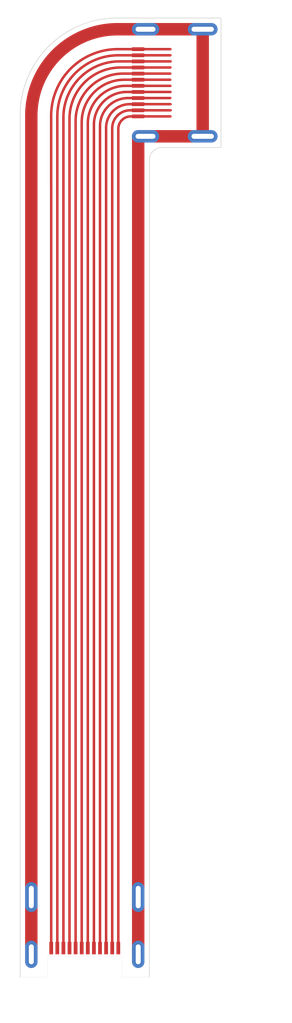
<source format=kicad_pcb>
(kicad_pcb (version 20241229) (generator "pcbnew") (generator_version "9.0")
  (layers (0 "F.Cu" signal) (2 "B.Cu" signal) (13 "F.Paste" user) (15 "B.Paste" user) (5 "F.SilkS" user "F.Silkscreen") (7 "B.SilkS" user "B.Silkscreen") (1 "F.Mask" user) (3 "B.Mask" user) (25 "Edge.Cuts" user))
  (net 0 "")
  (footprint "Leica-G9ii:FPC_Mainboard_USBC-12Pins" (layer "F.Cu") (at 71.11 150)
    (property "Reference" "P1" (hide yes))
    (property "Value" "USB_C_Mainboard")
    (fp_line (start -5.2 1.83) (end -3 1.83) (stroke (width 0.01)) (layer "Edge.Cuts"))
    (fp_line (start -3 0.2) (end -3 1.83) (stroke (width 0.01)) (layer "Edge.Cuts"))
    (fp_line (start -3 0.2) (end 3 0.2) (stroke (width 0.01)) (layer "Edge.Cuts"))
    (fp_line (start 3 0.2) (end 3 1.83) (stroke (width 0.01)) (layer "Edge.Cuts"))
    (fp_line (start 3 1.83) (end 5.2 1.83) (stroke (width 0.01)) (layer "Edge.Cuts"))
    (pad "1" smd rect (at 2.7 -0.5) (size 0.3 1) (layers "F.Cu" "F.Mask" "F.Paste"))
    (pad "2" smd rect (at 2.209091 -0.5) (size 0.3 1) (layers "F.Cu" "F.Mask" "F.Paste"))
    (pad "3" smd rect (at 1.718182 -0.5) (size 0.3 1) (layers "F.Cu" "F.Mask" "F.Paste"))
    (pad "4" smd rect (at 1.227273 -0.5) (size 0.3 1) (layers "F.Cu" "F.Mask" "F.Paste"))
    (pad "5" smd rect (at 0.736364 -0.5) (size 0.3 1) (layers "F.Cu" "F.Mask" "F.Paste"))
    (pad "6" smd rect (at 0.245455 -0.5) (size 0.3 1) (layers "F.Cu" "F.Mask" "F.Paste"))
    (pad "7" smd rect (at -0.245455 -0.5) (size 0.3 1) (layers "F.Cu" "F.Mask" "F.Paste"))
    (pad "8" smd rect (at -0.736364 -0.5) (size 0.3 1) (layers "F.Cu" "F.Mask" "F.Paste"))
    (pad "9" smd rect (at -1.227273 -0.5) (size 0.3 1) (layers "F.Cu" "F.Mask" "F.Paste"))
    (pad "10" smd rect (at -1.718182 -0.5) (size 0.3 1) (layers "F.Cu" "F.Mask" "F.Paste"))
    (pad "11" smd rect (at -2.209091 -0.5) (size 0.3 1) (layers "F.Cu" "F.Mask" "F.Paste"))
    (pad "12" smd rect (at -2.7 -0.5) (size 0.3 1) (layers "F.Cu" "F.Mask" "F.Paste"))
    (pad "13" thru_hole oval (at -4.3 -4.6) (size 1 2.4) (drill oval 0.4 1.8) (layers "*.Cu" "*.Mask"))
    (pad "13" thru_hole oval (at -4.3 0) (size 1 2.2) (drill oval 0.4 1.6) (layers "*.Cu" "*.Mask"))
    (pad "13" thru_hole oval (at 4.3 -4.6) (size 1 2.4) (drill oval 0.4 1.8) (layers "*.Cu" "*.Mask"))
    (pad "13" thru_hole oval (at 4.3 0) (size 1 2.2) (drill oval 0.4 1.6) (layers "*.Cu" "*.Mask"))
  )
  (footprint "Leica-G9ii:Connector_USBC-12Pins" (layer "F.Cu") (at 76 80 -90)
    (property "Reference" "P2" (hide yes))
    (property "Value" "USB_C_Connector")
    (pad "1" smd rect (at 2.7 0.6 270) (size 0.3 1) (layers "F.Cu" "F.Mask" "F.Paste"))
    (pad "2" smd rect (at 2.209091 0.6 270) (size 0.3 1) (layers "F.Cu" "F.Mask" "F.Paste"))
    (pad "3" smd rect (at 1.718182 0.6 270) (size 0.3 1) (layers "F.Cu" "F.Mask" "F.Paste"))
    (pad "4" smd rect (at 1.227273 0.6 270) (size 0.3 1) (layers "F.Cu" "F.Mask" "F.Paste"))
    (pad "5" smd rect (at 0.736364 0.6 270) (size 0.3 1) (layers "F.Cu" "F.Mask" "F.Paste"))
    (pad "6" smd rect (at 0.245455 0.6 270) (size 0.3 1) (layers "F.Cu" "F.Mask" "F.Paste"))
    (pad "7" smd rect (at -0.245455 0.6 270) (size 0.3 1) (layers "F.Cu" "F.Mask" "F.Paste"))
    (pad "8" smd rect (at -0.736364 0.6 270) (size 0.3 1) (layers "F.Cu" "F.Mask" "F.Paste"))
    (pad "9" smd rect (at -1.227273 0.6 270) (size 0.3 1) (layers "F.Cu" "F.Mask" "F.Paste"))
    (pad "10" smd rect (at -1.718182 0.6 270) (size 0.3 1) (layers "F.Cu" "F.Mask" "F.Paste"))
    (pad "11" smd rect (at -2.209091 0.6 270) (size 0.3 1) (layers "F.Cu" "F.Mask" "F.Paste"))
    (pad "12" smd rect (at -2.7 0.6 270) (size 0.3 1) (layers "F.Cu" "F.Mask" "F.Paste"))
    (pad "13" thru_hole oval (at -4.3 -4.6 270) (size 1 2.4) (drill oval 0.4 1.8) (layers "*.Cu" "*.Mask"))
    (pad "13" thru_hole oval (at -4.3 0 270) (size 1 2.2) (drill oval 0.4 1.6) (layers "*.Cu" "*.Mask"))
    (pad "13" thru_hole oval (at 4.3 -4.6 270) (size 1 2.4) (drill oval 0.4 1.8) (layers "*.Cu" "*.Mask"))
    (pad "13" thru_hole oval (at 4.3 0 270) (size 1 2.2) (drill oval 0.4 1.6) (layers "*.Cu" "*.Mask"))
  )
  (gr_line (start 82.07 74.8) (end 82.07 85.2) (stroke (width 0.05)) (layer "Edge.Cuts"))
  (gr_line (start 65.91 93.87) (end 65.91 151.83) (stroke (width 0.05)) (layer "Edge.Cuts"))
  (gr_line (start 82.07 74.8) (end 73.71 74.8) (stroke (width 0.05)) (layer "Edge.Cuts"))
  (gr_arc (start 76.31 86.2) (mid 76.602893 85.492893) (end 77.31 85.2) (stroke (width 0.05)) (layer "Edge.Cuts"))
  (gr_line (start 77.31 85.2) (end 82.07 85.2) (stroke (width 0.05)) (layer "Edge.Cuts"))
  (gr_arc (start 65.91 82.6) (mid 68.194567 77.084567) (end 73.71 74.8) (stroke (width 0.05)) (layer "Edge.Cuts"))
  (gr_line (start 76.31 151.83) (end 76.31 86.2) (stroke (width 0.05)) (layer "Edge.Cuts"))
  (gr_line (start 65.91 82.6) (end 65.91 93.87) (stroke (width 0.05)) (layer "Edge.Cuts"))
  (segment (start 66.81 150) (end 66.81 145.4) (width 1) (layer "F.Cu") (net 0))
  (segment (start 75.4 80.736364) (end 78.003636 80.736364) (width 0.2) (layer "F.Cu") (net 0))
  (segment (start 71.846364 149.5) (end 71.846364 83.376135) (width 0.2) (layer "F.Cu") (net 0))
  (segment (start 66.81 145.4) (end 66.81 82.633858) (width 1) (layer "F.Cu") (net 0))
  (segment (start 68.900909 149.5) (end 68.900909 82.711662) (width 0.2) (layer "F.Cu") (net 0))
  (segment (start 73.319091 149.5) (end 73.319091 83.654219) (width 0.2) (layer "F.Cu") (net 0))
  (segment (start 74.486135 80.736364) (end 75.4 80.736364) (width 0.2) (layer "F.Cu") (net 0))
  (segment (start 75.4 82.7) (end 78 82.7) (width 0.2) (layer "F.Cu") (net 0))
  (segment (start 75.41 84.3) (end 76 84.3) (width 1) (layer "F.Cu") (net 0))
  (segment (start 71.355455 149.5) (end 71.355455 83.283841) (width 0.2) (layer "F.Cu") (net 0))
  (segment (start 72.337273 149.5) (end 72.337273 83.479398) (width 0.2) (layer "F.Cu") (net 0))
  (segment (start 75.4 78.772727) (end 77.997273 78.772727) (width 0.2) (layer "F.Cu") (net 0))
  (segment (start 78.008182 78.281818) (end 78.01 78.28) (width 0.2) (layer "F.Cu") (net 0))
  (segment (start 75.4 79.263636) (end 77.983636 79.263636) (width 0.2) (layer "F.Cu") (net 0))
  (segment (start 76 84.3) (end 80.6 84.3) (width 1) (layer "F.Cu") (net 0))
  (segment (start 73.821662 77.790909) (end 75.4 77.790909) (width 0.2) (layer "F.Cu") (net 0))
  (segment (start 80.6 75.7) (end 80.6 84.3) (width 1) (layer "F.Cu") (net 0))
  (segment (start 69.882727 149.5) (end 69.882727 82.882814) (width 0.2) (layer "F.Cu") (net 0))
  (segment (start 73.81 83.7) (end 73.81 149.5) (width 0.2) (layer "F.Cu") (net 0))
  (segment (start 74.724237 81.718182) (end 75.4 81.718182) (width 0.2) (layer "F.Cu") (net 0))
  (segment (start 75.4 82.209091) (end 78.009091 82.209091) (width 0.2) (layer "F.Cu") (net 0))
  (segment (start 77.983636 79.263636) (end 77.99 79.27) (width 0.2) (layer "F.Cu") (net 0))
  (segment (start 75.4 77.790909) (end 77.999091 77.790909) (width 0.2) (layer "F.Cu") (net 0))
  (segment (start 72.828182 149.5) (end 72.828182 83.614237) (width 0.2) (layer "F.Cu") (net 0))
  (segment (start 75.4 78.281818) (end 78.008182 78.281818) (width 0.2) (layer "F.Cu") (net 0))
  (segment (start 73.743858 75.7) (end 76 75.7) (width 1) (layer "F.Cu") (net 0))
  (segment (start 76 75.7) (end 80.6 75.7) (width 1) (layer "F.Cu") (net 0))
  (segment (start 78.009091 82.209091) (end 78.01 82.21) (width 0.2) (layer "F.Cu") (net 0))
  (segment (start 70.373636 149.5) (end 70.373636 83.069763) (width 0.2) (layer "F.Cu") (net 0))
  (segment (start 75.4 81.227273) (end 77.987273 81.227273) (width 0.2) (layer "F.Cu") (net 0))
  (segment (start 68.41 88.25) (end 68.406901 88.246901) (width 0.2) (layer "F.Cu") (net 0))
  (segment (start 75.41 145.4) (end 75.41 150) (width 1) (layer "F.Cu") (net 0))
  (segment (start 74.589398 81.227273) (end 75.4 81.227273) (width 0.2) (layer "F.Cu") (net 0))
  (segment (start 70.864545 149.5) (end 70.864545 83.178859) (width 0.2) (layer "F.Cu") (net 0))
  (segment (start 75.4 79.754545) (end 77.985455 79.754545) (width 0.2) (layer "F.Cu") (net 0))
  (segment (start 74.393841 80.245455) (end 75.4 80.245455) (width 0.2) (layer "F.Cu") (net 0))
  (segment (start 73.757599 77.3) (end 75.4 77.3) (width 0.2) (layer "F.Cu") (net 0))
  (segment (start 77.997273 78.772727) (end 78 78.77) (width 0.2) (layer "F.Cu") (net 0))
  (segment (start 75.41 145.4) (end 75.41 84.3) (width 1) (layer "F.Cu") (net 0))
  (segment (start 74.288859 79.754545) (end 75.4 79.754545) (width 0.2) (layer "F.Cu") (net 0))
  (segment (start 69.391818 82.786207) (end 69.391818 149.5) (width 0.2) (layer "F.Cu") (net 0))
  (segment (start 68.406901 88.246901) (end 68.406901 82.650698) (width 0.2) (layer "F.Cu") (net 0))
  (segment (start 68.41 149.5) (end 68.41 88.25) (width 0.2) (layer "F.Cu") (net 0))
  (segment (start 74.179763 79.263636) (end 75.4 79.263636) (width 0.2) (layer "F.Cu") (net 0))
  (segment (start 73.992814 78.772727) (end 75.4 78.772727) (width 0.2) (layer "F.Cu") (net 0))
  (segment (start 75.4 81.718182) (end 78.008182 81.718182) (width 0.2) (layer "F.Cu") (net 0))
  (segment (start 75.4 78.281818) (end 73.896207 78.281818) (width 0.2) (layer "F.Cu") (net 0))
  (segment (start 75.4 80.245455) (end 77.995455 80.245455) (width 0.2) (layer "F.Cu") (net 0))
  (segment (start 75.4 77.3) (end 78 77.3) (width 0.2) (layer "F.Cu") (net 0))
  (segment (start 74.764219 82.209091) (end 75.4 82.209091) (width 0.2) (layer "F.Cu") (net 0))
  (segment (start 75.4 82.7) (end 74.81 82.7) (width 0.2) (layer "F.Cu") (net 0))
  (arc (start 74.288859 79.754545) (mid 71.867503 80.757503) (end 70.864545 83.178859) (width 0.2) (layer "F.Cu") (net 0))
  (arc (start 66.81 82.633858) (mid 68.84088 77.73088) (end 73.743858 75.7) (width 1) (layer "F.Cu") (net 0))
  (arc (start 74.393841 80.245455) (mid 72.245378 81.135378) (end 71.355455 83.283841) (width 0.2) (layer "F.Cu") (net 0))
  (arc (start 68.406901 82.650698) (mid 69.974084 78.867183) (end 73.757599 77.3) (width 0.2) (layer "F.Cu") (net 0))
  (arc (start 72.828182 83.614237) (mid 73.383524 82.273524) (end 74.724237 81.718182) (width 0.2) (layer "F.Cu") (net 0))
  (arc (start 73.992814 78.772727) (mid 71.086544 79.976544) (end 69.882727 82.882814) (width 0.2) (layer "F.Cu") (net 0))
  (arc (start 74.589398 81.227273) (mid 72.996905 81.886905) (end 72.337273 83.479398) (width 0.2) (layer "F.Cu") (net 0))
  (arc (start 74.81 82.7) (mid 74.102893 82.992893) (end 73.81 83.7) (width 0.2) (layer "F.Cu") (net 0))
  (arc (start 69.391818 82.786207) (mid 70.711123 79.601123) (end 73.896207 78.281818) (width 0.2) (layer "F.Cu") (net 0))
  (arc (start 74.486135 80.736364) (mid 72.619535 81.509535) (end 71.846364 83.376135) (width 0.2) (layer "F.Cu") (net 0))
  (arc (start 68.900909 82.711662) (mid 70.342164 79.232164) (end 73.821662 77.790909) (width 0.2) (layer "F.Cu") (net 0))
  (arc (start 74.179763 79.263636) (mid 71.488425 80.378425) (end 70.373636 83.069763) (width 0.2) (layer "F.Cu") (net 0))
  (arc (start 73.319091 83.654219) (mid 73.742359 82.632359) (end 74.764219 82.209091) (width 0.2) (layer "F.Cu") (net 0))
)
</source>
